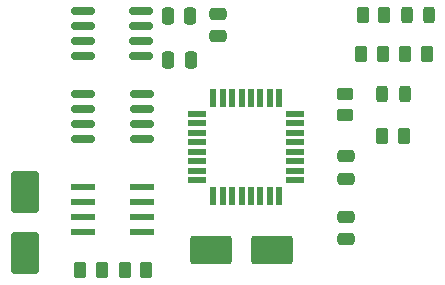
<source format=gtp>
%TF.GenerationSoftware,KiCad,Pcbnew,9.0.6*%
%TF.CreationDate,2025-12-29T02:05:30+05:30*%
%TF.ProjectId,DATA LOGGER,44415441-204c-44f4-9747-45522e6b6963,rev?*%
%TF.SameCoordinates,Original*%
%TF.FileFunction,Paste,Top*%
%TF.FilePolarity,Positive*%
%FSLAX46Y46*%
G04 Gerber Fmt 4.6, Leading zero omitted, Abs format (unit mm)*
G04 Created by KiCad (PCBNEW 9.0.6) date 2025-12-29 02:05:30*
%MOMM*%
%LPD*%
G01*
G04 APERTURE LIST*
G04 Aperture macros list*
%AMRoundRect*
0 Rectangle with rounded corners*
0 $1 Rounding radius*
0 $2 $3 $4 $5 $6 $7 $8 $9 X,Y pos of 4 corners*
0 Add a 4 corners polygon primitive as box body*
4,1,4,$2,$3,$4,$5,$6,$7,$8,$9,$2,$3,0*
0 Add four circle primitives for the rounded corners*
1,1,$1+$1,$2,$3*
1,1,$1+$1,$4,$5*
1,1,$1+$1,$6,$7*
1,1,$1+$1,$8,$9*
0 Add four rect primitives between the rounded corners*
20,1,$1+$1,$2,$3,$4,$5,0*
20,1,$1+$1,$4,$5,$6,$7,0*
20,1,$1+$1,$6,$7,$8,$9,0*
20,1,$1+$1,$8,$9,$2,$3,0*%
G04 Aperture macros list end*
%ADD10RoundRect,0.250000X-0.250000X-0.475000X0.250000X-0.475000X0.250000X0.475000X-0.250000X0.475000X0*%
%ADD11RoundRect,0.243750X-0.243750X-0.456250X0.243750X-0.456250X0.243750X0.456250X-0.243750X0.456250X0*%
%ADD12RoundRect,0.250001X-1.499999X-0.949999X1.499999X-0.949999X1.499999X0.949999X-1.499999X0.949999X0*%
%ADD13RoundRect,0.250001X0.949999X-1.499999X0.949999X1.499999X-0.949999X1.499999X-0.949999X-1.499999X0*%
%ADD14RoundRect,0.068750X-0.666250X-0.206250X0.666250X-0.206250X0.666250X0.206250X-0.666250X0.206250X0*%
%ADD15RoundRect,0.068750X-0.206250X-0.666250X0.206250X-0.666250X0.206250X0.666250X-0.206250X0.666250X0*%
%ADD16RoundRect,0.150000X-0.825000X-0.150000X0.825000X-0.150000X0.825000X0.150000X-0.825000X0.150000X0*%
%ADD17RoundRect,0.073750X-0.911250X-0.221250X0.911250X-0.221250X0.911250X0.221250X-0.911250X0.221250X0*%
%ADD18RoundRect,0.250000X-0.262500X-0.450000X0.262500X-0.450000X0.262500X0.450000X-0.262500X0.450000X0*%
%ADD19RoundRect,0.250000X0.262500X0.450000X-0.262500X0.450000X-0.262500X-0.450000X0.262500X-0.450000X0*%
%ADD20RoundRect,0.250000X0.450000X-0.262500X0.450000X0.262500X-0.450000X0.262500X-0.450000X-0.262500X0*%
%ADD21RoundRect,0.250000X-0.475000X0.250000X-0.475000X-0.250000X0.475000X-0.250000X0.475000X0.250000X0*%
%ADD22RoundRect,0.250000X0.475000X-0.250000X0.475000X0.250000X-0.475000X0.250000X-0.475000X-0.250000X0*%
G04 APERTURE END LIST*
D10*
%TO.C,C1*%
X69290000Y-65760000D03*
X67390000Y-65760000D03*
%TD*%
D11*
%TO.C,D1*%
X87382500Y-68635000D03*
X85507500Y-68635000D03*
%TD*%
D12*
%TO.C,Y2*%
X70950000Y-81875000D03*
X76150000Y-81875000D03*
%TD*%
D13*
%TO.C,Y1*%
X55225000Y-82175000D03*
X55225000Y-76975000D03*
%TD*%
D14*
%TO.C,U4*%
X78145000Y-70355000D03*
X78145000Y-71155000D03*
X78145000Y-71955000D03*
X78145000Y-72755000D03*
X78145000Y-73555000D03*
X78145000Y-74355000D03*
X78145000Y-75155000D03*
X78145000Y-75955000D03*
X69805000Y-75955000D03*
X69805000Y-75155000D03*
X69805000Y-74355000D03*
X69805000Y-73555000D03*
X69805000Y-72755000D03*
X69805000Y-71955000D03*
X69805000Y-71155000D03*
X69805000Y-70355000D03*
D15*
X71175000Y-68985000D03*
X71975000Y-68985000D03*
X72775000Y-68985000D03*
X73575000Y-68985000D03*
X74375000Y-68985000D03*
X75175000Y-68985000D03*
X75975000Y-68985000D03*
X76775000Y-68985000D03*
X76775000Y-77325000D03*
X75975000Y-77325000D03*
X75175000Y-77325000D03*
X74375000Y-77325000D03*
X73575000Y-77325000D03*
X72775000Y-77325000D03*
X71975000Y-77325000D03*
X71175000Y-77325000D03*
%TD*%
D16*
%TO.C,U3*%
X60170000Y-68695000D03*
X60170000Y-69965000D03*
X60170000Y-71235000D03*
X60170000Y-72505000D03*
X65120000Y-72505000D03*
X65120000Y-71235000D03*
X65120000Y-69965000D03*
X65120000Y-68695000D03*
%TD*%
D17*
%TO.C,U2*%
X60160000Y-76575000D03*
X60160000Y-77845000D03*
X60160000Y-79115000D03*
X60160000Y-80385000D03*
X65110000Y-80385000D03*
X65110000Y-79115000D03*
X65110000Y-77845000D03*
X65110000Y-76575000D03*
%TD*%
D16*
%TO.C,U1*%
X60155000Y-61620000D03*
X60155000Y-62890000D03*
X60155000Y-64160000D03*
X60155000Y-65430000D03*
X65105000Y-65430000D03*
X65105000Y-64160000D03*
X65105000Y-62890000D03*
X65105000Y-61620000D03*
%TD*%
D18*
%TO.C,R7*%
X83820000Y-61985000D03*
X85645000Y-61985000D03*
%TD*%
%TO.C,R6*%
X85507500Y-72260000D03*
X87332500Y-72260000D03*
%TD*%
D19*
%TO.C,R5*%
X85557500Y-65285000D03*
X83732500Y-65285000D03*
%TD*%
D20*
%TO.C,R4*%
X82325000Y-70462500D03*
X82325000Y-68637500D03*
%TD*%
D19*
%TO.C,R3*%
X89257500Y-65260000D03*
X87432500Y-65260000D03*
%TD*%
D18*
%TO.C,R2*%
X59927500Y-83570000D03*
X61752500Y-83570000D03*
%TD*%
D19*
%TO.C,R1*%
X65515000Y-83570000D03*
X63690000Y-83570000D03*
%TD*%
D11*
%TO.C,D2*%
X87557500Y-61985000D03*
X89432500Y-61985000D03*
%TD*%
D10*
%TO.C,C5*%
X67315000Y-62060000D03*
X69215000Y-62060000D03*
%TD*%
D21*
%TO.C,C4*%
X71600000Y-63800000D03*
X71600000Y-61900000D03*
%TD*%
D22*
%TO.C,C3*%
X82450000Y-80950000D03*
X82450000Y-79050000D03*
%TD*%
D21*
%TO.C,C2*%
X82387500Y-73950000D03*
X82387500Y-75850000D03*
%TD*%
M02*

</source>
